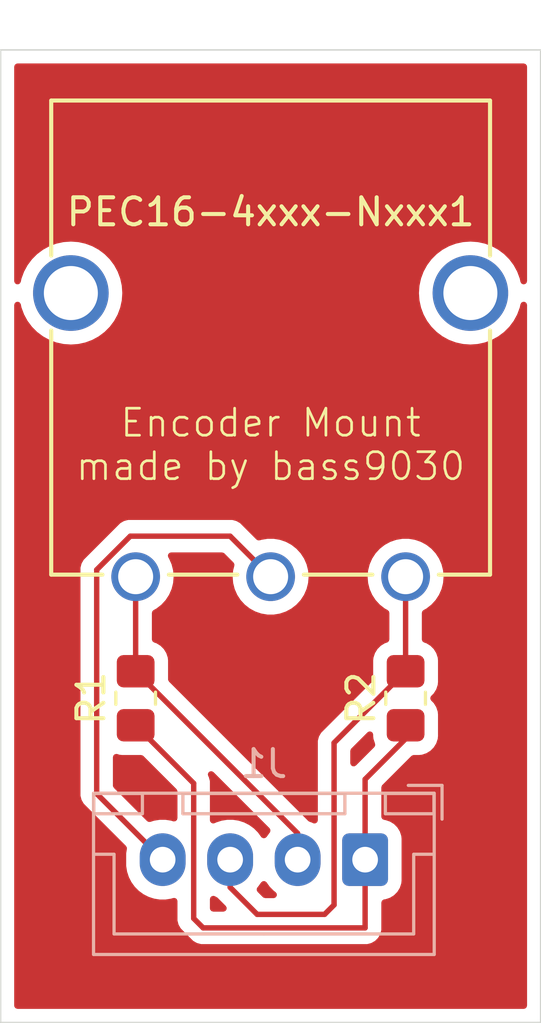
<source format=kicad_pcb>
(kicad_pcb (version 20240108) (generator "pcbnew") (generator_version "8.0")
  (layers (0 "F.Cu" signal) (31 "B.Cu" signal) (34 "B.Paste" user) (35 "F.Paste" user) (36 "B.SilkS" user "B.Silkscreen") (37 "F.SilkS" user "F.Silkscreen") (38 "B.Mask" user) (39 "F.Mask" user) (44 "Edge.Cuts" user))
  (net 0 "")
  (net 1 "Net-(J1-Pin_1)")
  (net 2 "Net-(J1-Pin_2)")
  (net 3 "Net-(J1-Pin_3)")
  (net 4 "Net-(J1-Pin_4)")
  (footprint "Resistor_SMD:R_0805_2012Metric_Pad1.20x1.40mm_HandSolder" (layer "F.Cu") (at 123 101 90)
    (property "Reference" "R1" (at 0 -1.65 90) (layer "F.SilkS"))
    (property "Value" "10k")
    (fp_line (start -0.227064 -0.735) (end 0.227064 -0.735) (stroke (width 0.12)) (layer "F.SilkS"))
    (fp_line (start -0.227064 0.735) (end 0.227064 0.735) (stroke (width 0.12)) (layer "F.SilkS"))
    (pad "1" smd roundrect (at -1 0 90) (size 1.2 1.4) (layers "F.Cu" "F.Paste" "F.Mask") (roundrect_rratio 0.208333) (net 1 "Net-(J1-Pin_1)"))
    (pad "2" smd roundrect (at 1 0 90) (size 1.2 1.4) (layers "F.Cu" "F.Paste" "F.Mask") (roundrect_rratio 0.208333) (net 2 "Net-(J1-Pin_2)"))
  )
  (footprint "Resistor_SMD:R_0805_2012Metric_Pad1.20x1.40mm_HandSolder" (layer "F.Cu") (at 133 101 90)
    (property "Reference" "R2" (at 0 -1.65 90) (layer "F.SilkS"))
    (property "Value" "10k")
    (fp_line (start -0.227064 -0.735) (end 0.227064 -0.735) (stroke (width 0.12)) (layer "F.SilkS"))
    (fp_line (start -0.227064 0.735) (end 0.227064 0.735) (stroke (width 0.12)) (layer "F.SilkS"))
    (pad "1" smd roundrect (at -1 0 90) (size 1.2 1.4) (layers "F.Cu" "F.Paste" "F.Mask") (roundrect_rratio 0.208333) (net 1 "Net-(J1-Pin_1)"))
    (pad "2" smd roundrect (at 1 0 90) (size 1.2 1.4) (layers "F.Cu" "F.Paste" "F.Mask") (roundrect_rratio 0.208333) (net 3 "Net-(J1-Pin_3)"))
  )
  (footprint "Library:PEC16-4XXXF-SXXXX_16X17P3_BRN" (layer "F.Cu") (at 135.400001 85.999998)
    (property "Reference" "PEC16-4xxx-Nxxx1" (at -7.400001 -2.999998 0) (layer "F.SilkS"))
    (property "Value" "~")
    (fp_line (start -15.528001 -7.126999) (end -15.528001 -1.38684) (stroke (width 0.1524)) (layer "F.SilkS"))
    (fp_line (start -15.528001 1.38684) (end -15.528001 10.424401) (stroke (width 0.1524)) (layer "F.SilkS"))
    (fp_line (start -15.528001 10.424401) (end -13.632124 10.424401) (stroke (width 0.1524)) (layer "F.SilkS"))
    (fp_line (start -11.167878 10.424401) (end -8.632124 10.424401) (stroke (width 0.1524)) (layer "F.SilkS"))
    (fp_line (start -6.167878 10.424401) (end -3.632124 10.424401) (stroke (width 0.1524)) (layer "F.SilkS"))
    (fp_line (start -1.167878 10.424401) (end 0.727999 10.424401) (stroke (width 0.1524)) (layer "F.SilkS"))
    (fp_line (start 0.727999 -7.126999) (end -15.528001 -7.126999) (stroke (width 0.1524)) (layer "F.SilkS"))
    (fp_line (start 0.727999 -1.38684) (end 0.727999 -7.126999) (stroke (width 0.1524)) (layer "F.SilkS"))
    (fp_line (start 0.727999 10.424401) (end 0.727999 1.38684) (stroke (width 0.1524)) (layer "F.SilkS"))
    (pad "" thru_hole circle (at -14.800001 0) (size 2.8 2.8) (drill 2) (layers "*.Cu" "*.Mask"))
    (pad "" thru_hole circle (at 0 0) (size 2.8 2.8) (drill 2) (layers "*.Cu" "*.Mask"))
    (pad "1" thru_hole circle (at -12.400001 10.500002) (size 1.8034 1.8034) (drill 1.2954) (layers "*.Cu" "*.Mask") (net 2 "Net-(J1-Pin_2)"))
    (pad "2" thru_hole circle (at -7.400001 10.500002) (size 1.8034 1.8034) (drill 1.2954) (layers "*.Cu" "*.Mask") (net 4 "Net-(J1-Pin_4)"))
    (pad "3" thru_hole circle (at -2.400001 10.500002) (size 1.8034 1.8034) (drill 1.2954) (layers "*.Cu" "*.Mask") (net 3 "Net-(J1-Pin_3)"))
  )
  (footprint "Connector_JST:JST_XH_B4B-XH-A_1x04_P2.50mm_Vertical" (layer "B.Cu") (at 131.5 106.975 180)
    (property "Reference" "J1" (at 3.75 3.55 0) (layer "B.SilkS") (effects (justify mirror)))
    (property "Value" "Conn_01x04")
    (fp_line (start 10.06 2.46) (end 10.06 -3.51) (stroke (width 0.12)) (layer "B.SilkS"))
    (fp_line (start 10.06 -3.51) (end -2.56 -3.51) (stroke (width 0.12)) (layer "B.SilkS"))
    (fp_line (start 10.05 2.45) (end 10.05 1.7) (stroke (width 0.12)) (layer "B.SilkS"))
    (fp_line (start 10.05 1.7) (end 8.25 1.7) (stroke (width 0.12)) (layer "B.SilkS"))
    (fp_line (start 9.3 0.2) (end 10.05 0.2) (stroke (width 0.12)) (layer "B.SilkS"))
    (fp_line (start 9.3 -2.75) (end 9.3 0.2) (stroke (width 0.12)) (layer "B.SilkS"))
    (fp_line (start 8.25 2.45) (end 10.05 2.45) (stroke (width 0.12)) (layer "B.SilkS"))
    (fp_line (start 8.25 1.7) (end 8.25 2.45) (stroke (width 0.12)) (layer "B.SilkS"))
    (fp_line (start 6.75 2.45) (end 6.75 1.7) (stroke (width 0.12)) (layer "B.SilkS"))
    (fp_line (start 6.75 1.7) (end 0.75 1.7) (stroke (width 0.12)) (layer "B.SilkS"))
    (fp_line (start 3.75 -2.75) (end 9.3 -2.75) (stroke (width 0.12)) (layer "B.SilkS"))
    (fp_line (start 3.75 -2.75) (end -1.8 -2.75) (stroke (width 0.12)) (layer "B.SilkS"))
    (fp_line (start 0.75 2.45) (end 6.75 2.45) (stroke (width 0.12)) (layer "B.SilkS"))
    (fp_line (start 0.75 1.7) (end 0.75 2.45) (stroke (width 0.12)) (layer "B.SilkS"))
    (fp_line (start -0.75 2.45) (end -0.75 1.7) (stroke (width 0.12)) (layer "B.SilkS"))
    (fp_line (start -0.75 1.7) (end -2.55 1.7) (stroke (width 0.12)) (layer "B.SilkS"))
    (fp_line (start -1.8 0.2) (end -2.55 0.2) (stroke (width 0.12)) (layer "B.SilkS"))
    (fp_line (start -1.8 -2.75) (end -1.8 0.2) (stroke (width 0.12)) (layer "B.SilkS"))
    (fp_line (start -2.55 2.45) (end -0.75 2.45) (stroke (width 0.12)) (layer "B.SilkS"))
    (fp_line (start -2.55 1.7) (end -2.55 2.45) (stroke (width 0.12)) (layer "B.SilkS"))
    (fp_line (start -2.56 2.46) (end 10.06 2.46) (stroke (width 0.12)) (layer "B.SilkS"))
    (fp_line (start -2.56 -3.51) (end -2.56 2.46) (stroke (width 0.12)) (layer "B.SilkS"))
    (fp_line (start -2.85 2.75) (end -1.6 2.75) (stroke (width 0.12)) (layer "B.SilkS"))
    (fp_line (start -2.85 1.5) (end -2.85 2.75) (stroke (width 0.12)) (layer "B.SilkS"))
    (pad "1" thru_hole roundrect (at 0 0 180) (size 1.7 1.95) (drill 0.95) (layers "*.Cu" "*.Mask") (roundrect_rratio 0.147059) (net 1 "Net-(J1-Pin_1)"))
    (pad "2" thru_hole oval (at 2.5 0 180) (size 1.7 1.95) (drill 0.95) (layers "*.Cu" "*.Mask") (net 2 "Net-(J1-Pin_2)"))
    (pad "3" thru_hole oval (at 5 0 180) (size 1.7 1.95) (drill 0.95) (layers "*.Cu" "*.Mask") (net 3 "Net-(J1-Pin_3)"))
    (pad "4" thru_hole oval (at 7.5 0 180) (size 1.7 1.95) (drill 0.95) (layers "*.Cu" "*.Mask") (net 4 "Net-(J1-Pin_4)"))
  )
  (gr_rect (start 118 77) (end 138 113) (stroke (width 0.05)) (fill none) (layer "Edge.Cuts"))
  (gr_text "Encoder Mount\nmade by bass9030" (at 128 93 0) (layer "F.SilkS") (effects (font (size 1 1) (thickness 0.1)) (justify bottom)))
  (segment (start 123 102) (end 125.15 104.15) (width 0.2) (layer "F.Cu") (net 1))
  (segment (start 133 102.5) (end 131.5 104) (width 0.2) (layer "F.Cu") (net 1))
  (segment (start 125.15 109.15) (end 125.5 109.5) (width 0.2) (layer "F.Cu") (net 1))
  (segment (start 125.5 109.5) (end 131.5 109.5) (width 0.2) (layer "F.Cu") (net 1))
  (segment (start 133 102) (end 133 102.5) (width 0.2) (layer "F.Cu") (net 1))
  (segment (start 131.5 109.5) (end 131.5 106.975) (width 0.2) (layer "F.Cu") (net 1))
  (segment (start 131.5 104) (end 131.5 106.975) (width 0.2) (layer "F.Cu") (net 1))
  (segment (start 125.15 104.15) (end 125.15 109.15) (width 0.2) (layer "F.Cu") (net 1))
  (segment (start 123 96.5) (end 123 100) (width 0.2) (layer "F.Cu") (net 2))
  (segment (start 123 100) (end 129 106) (width 0.2) (layer "F.Cu") (net 2))
  (segment (start 129 106) (end 129 106.975) (width 0.2) (layer "F.Cu") (net 2))
  (segment (start 133 100) (end 130.35 102.65) (width 0.2) (layer "F.Cu") (net 3))
  (segment (start 130.35 102.65) (end 130.35 108.65) (width 0.2) (layer "F.Cu") (net 3))
  (segment (start 126.5 108) (end 126.5 106.975) (width 0.2) (layer "F.Cu") (net 3))
  (segment (start 127.5 109) (end 126.5 108) (width 0.2) (layer "F.Cu") (net 3))
  (segment (start 130.35 108.65) (end 130 109) (width 0.2) (layer "F.Cu") (net 3))
  (segment (start 130 109) (end 127.5 109) (width 0.2) (layer "F.Cu") (net 3))
  (segment (start 133 96.5) (end 133 100) (width 0.2) (layer "F.Cu") (net 3))
  (segment (start 124 106.975) (end 121.5568 104.5318) (width 0.2) (layer "F.Cu") (net 4))
  (segment (start 121.5568 104.5318) (end 121.5568 96.243739) (width 0.2) (layer "F.Cu") (net 4))
  (segment (start 126.5 95) (end 128 96.5) (width 0.2) (layer "F.Cu") (net 4))
  (segment (start 121.5568 96.243739) (end 122.800539 95) (width 0.2) (layer "F.Cu") (net 4))
  (segment (start 122.800539 95) (end 126.5 95) (width 0.2) (layer "F.Cu") (net 4))
  (zone (net 0) (net_name "") (layer "F.Cu") (connect_pads (clearance 0.5)) (min_thickness 0.25) (fill yes (thermal_gap 0.5) (thermal_bridge_width 0.5) (island_removal_mode 1) (island_area_min 10))
    (polygon (pts (xy 118 77) (xy 118 113) (xy 138 112.75) (xy 138 76.75)))
  )
)
</source>
